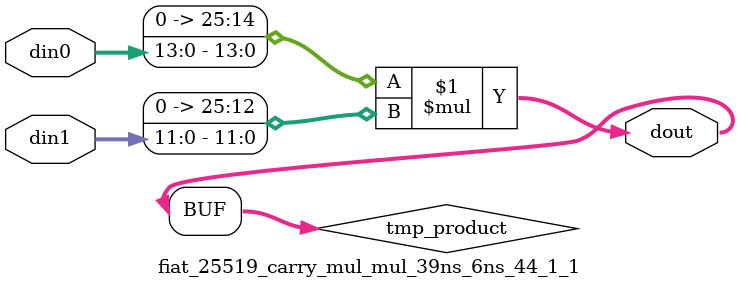
<source format=v>

`timescale 1 ns / 1 ps

  module fiat_25519_carry_mul_mul_39ns_6ns_44_1_1(din0, din1, dout);
parameter ID = 1;
parameter NUM_STAGE = 0;
parameter din0_WIDTH = 14;
parameter din1_WIDTH = 12;
parameter dout_WIDTH = 26;

input [din0_WIDTH - 1 : 0] din0; 
input [din1_WIDTH - 1 : 0] din1; 
output [dout_WIDTH - 1 : 0] dout;

wire signed [dout_WIDTH - 1 : 0] tmp_product;










assign tmp_product = $signed({1'b0, din0}) * $signed({1'b0, din1});











assign dout = tmp_product;







endmodule

</source>
